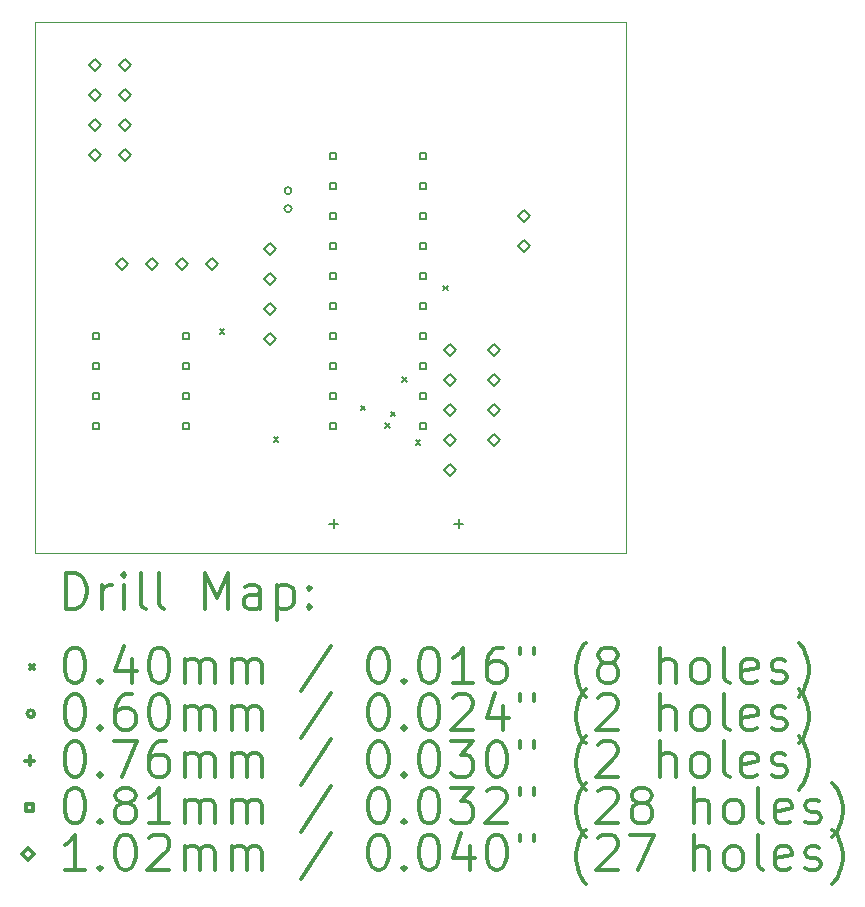
<source format=gbr>
%FSLAX45Y45*%
G04 Gerber Fmt 4.5, Leading zero omitted, Abs format (unit mm)*
G04 Created by KiCad (PCBNEW (after 2015-mar-04 BZR unknown)-product) date 22/04/2015 13:56:16*
%MOMM*%
G01*
G04 APERTURE LIST*
%ADD10C,0.127000*%
%ADD11C,0.100000*%
%ADD12C,0.200000*%
%ADD13C,0.300000*%
G04 APERTURE END LIST*
D10*
D11*
X9998750Y-9500380D02*
X9998750Y-5000380D01*
X14998750Y-9500380D02*
X9998750Y-9500380D01*
X14998750Y-5000380D02*
X14998750Y-9500380D01*
X9998750Y-5000380D02*
X14998750Y-5000380D01*
D12*
X11562400Y-7605080D02*
X11602400Y-7645080D01*
X11602400Y-7605080D02*
X11562400Y-7645080D01*
X12019600Y-8519480D02*
X12059600Y-8559480D01*
X12059600Y-8519480D02*
X12019600Y-8559480D01*
X12756200Y-8252780D02*
X12796200Y-8292780D01*
X12796200Y-8252780D02*
X12756200Y-8292780D01*
X12965770Y-8398840D02*
X13005770Y-8438840D01*
X13005770Y-8398840D02*
X12965770Y-8438840D01*
X13010200Y-8303580D02*
X13050200Y-8343580D01*
X13050200Y-8303580D02*
X13010200Y-8343580D01*
X13110550Y-8008950D02*
X13150550Y-8048950D01*
X13150550Y-8008950D02*
X13110550Y-8048950D01*
X13221040Y-8544890D02*
X13261040Y-8584890D01*
X13261040Y-8544890D02*
X13221040Y-8584890D01*
X13454700Y-7236780D02*
X13494700Y-7276780D01*
X13494700Y-7236780D02*
X13454700Y-7276780D01*
X12171172Y-6433820D02*
G75*
G03X12171172Y-6433820I-29972J0D01*
G01*
X12171172Y-6583680D02*
G75*
G03X12171172Y-6583680I-29972J0D01*
G01*
X12527460Y-9212580D02*
X12527460Y-9288780D01*
X12489360Y-9250680D02*
X12565560Y-9250680D01*
X13586460Y-9212580D02*
X13586460Y-9288780D01*
X13548360Y-9250680D02*
X13624560Y-9250680D01*
X10544337Y-7691917D02*
X10544337Y-7634443D01*
X10486863Y-7634443D01*
X10486863Y-7691917D01*
X10544337Y-7691917D01*
X10544337Y-7945917D02*
X10544337Y-7888443D01*
X10486863Y-7888443D01*
X10486863Y-7945917D01*
X10544337Y-7945917D01*
X10544337Y-8199917D02*
X10544337Y-8142443D01*
X10486863Y-8142443D01*
X10486863Y-8199917D01*
X10544337Y-8199917D01*
X10544337Y-8453917D02*
X10544337Y-8396443D01*
X10486863Y-8396443D01*
X10486863Y-8453917D01*
X10544337Y-8453917D01*
X11306337Y-7691917D02*
X11306337Y-7634443D01*
X11248863Y-7634443D01*
X11248863Y-7691917D01*
X11306337Y-7691917D01*
X11306337Y-7945917D02*
X11306337Y-7888443D01*
X11248863Y-7888443D01*
X11248863Y-7945917D01*
X11306337Y-7945917D01*
X11306337Y-8199917D02*
X11306337Y-8142443D01*
X11248863Y-8142443D01*
X11248863Y-8199917D01*
X11306337Y-8199917D01*
X11306337Y-8453917D02*
X11306337Y-8396443D01*
X11248863Y-8396443D01*
X11248863Y-8453917D01*
X11306337Y-8453917D01*
X12550937Y-6167917D02*
X12550937Y-6110443D01*
X12493463Y-6110443D01*
X12493463Y-6167917D01*
X12550937Y-6167917D01*
X12550937Y-6421917D02*
X12550937Y-6364443D01*
X12493463Y-6364443D01*
X12493463Y-6421917D01*
X12550937Y-6421917D01*
X12550937Y-6675917D02*
X12550937Y-6618443D01*
X12493463Y-6618443D01*
X12493463Y-6675917D01*
X12550937Y-6675917D01*
X12550937Y-6929917D02*
X12550937Y-6872443D01*
X12493463Y-6872443D01*
X12493463Y-6929917D01*
X12550937Y-6929917D01*
X12550937Y-7183917D02*
X12550937Y-7126443D01*
X12493463Y-7126443D01*
X12493463Y-7183917D01*
X12550937Y-7183917D01*
X12550937Y-7437917D02*
X12550937Y-7380443D01*
X12493463Y-7380443D01*
X12493463Y-7437917D01*
X12550937Y-7437917D01*
X12550937Y-7691917D02*
X12550937Y-7634443D01*
X12493463Y-7634443D01*
X12493463Y-7691917D01*
X12550937Y-7691917D01*
X12550937Y-7945917D02*
X12550937Y-7888443D01*
X12493463Y-7888443D01*
X12493463Y-7945917D01*
X12550937Y-7945917D01*
X12550937Y-8199917D02*
X12550937Y-8142443D01*
X12493463Y-8142443D01*
X12493463Y-8199917D01*
X12550937Y-8199917D01*
X12550937Y-8453917D02*
X12550937Y-8396443D01*
X12493463Y-8396443D01*
X12493463Y-8453917D01*
X12550937Y-8453917D01*
X13312937Y-6167917D02*
X13312937Y-6110443D01*
X13255463Y-6110443D01*
X13255463Y-6167917D01*
X13312937Y-6167917D01*
X13312937Y-6421917D02*
X13312937Y-6364443D01*
X13255463Y-6364443D01*
X13255463Y-6421917D01*
X13312937Y-6421917D01*
X13312937Y-6675917D02*
X13312937Y-6618443D01*
X13255463Y-6618443D01*
X13255463Y-6675917D01*
X13312937Y-6675917D01*
X13312937Y-6929917D02*
X13312937Y-6872443D01*
X13255463Y-6872443D01*
X13255463Y-6929917D01*
X13312937Y-6929917D01*
X13312937Y-7183917D02*
X13312937Y-7126443D01*
X13255463Y-7126443D01*
X13255463Y-7183917D01*
X13312937Y-7183917D01*
X13312937Y-7437917D02*
X13312937Y-7380443D01*
X13255463Y-7380443D01*
X13255463Y-7437917D01*
X13312937Y-7437917D01*
X13312937Y-7691917D02*
X13312937Y-7634443D01*
X13255463Y-7634443D01*
X13255463Y-7691917D01*
X13312937Y-7691917D01*
X13312937Y-7945917D02*
X13312937Y-7888443D01*
X13255463Y-7888443D01*
X13255463Y-7945917D01*
X13312937Y-7945917D01*
X13312937Y-8199917D02*
X13312937Y-8142443D01*
X13255463Y-8142443D01*
X13255463Y-8199917D01*
X13312937Y-8199917D01*
X13312937Y-8453917D02*
X13312937Y-8396443D01*
X13255463Y-8396443D01*
X13255463Y-8453917D01*
X13312937Y-8453917D01*
X10502900Y-5415280D02*
X10553700Y-5364480D01*
X10502900Y-5313680D01*
X10452100Y-5364480D01*
X10502900Y-5415280D01*
X10502900Y-5669280D02*
X10553700Y-5618480D01*
X10502900Y-5567680D01*
X10452100Y-5618480D01*
X10502900Y-5669280D01*
X10502900Y-5923280D02*
X10553700Y-5872480D01*
X10502900Y-5821680D01*
X10452100Y-5872480D01*
X10502900Y-5923280D01*
X10502900Y-6177280D02*
X10553700Y-6126480D01*
X10502900Y-6075680D01*
X10452100Y-6126480D01*
X10502900Y-6177280D01*
X10731500Y-7104380D02*
X10782300Y-7053580D01*
X10731500Y-7002780D01*
X10680700Y-7053580D01*
X10731500Y-7104380D01*
X10756900Y-5415280D02*
X10807700Y-5364480D01*
X10756900Y-5313680D01*
X10706100Y-5364480D01*
X10756900Y-5415280D01*
X10756900Y-5669280D02*
X10807700Y-5618480D01*
X10756900Y-5567680D01*
X10706100Y-5618480D01*
X10756900Y-5669280D01*
X10756900Y-5923280D02*
X10807700Y-5872480D01*
X10756900Y-5821680D01*
X10706100Y-5872480D01*
X10756900Y-5923280D01*
X10756900Y-6177280D02*
X10807700Y-6126480D01*
X10756900Y-6075680D01*
X10706100Y-6126480D01*
X10756900Y-6177280D01*
X10985500Y-7104380D02*
X11036300Y-7053580D01*
X10985500Y-7002780D01*
X10934700Y-7053580D01*
X10985500Y-7104380D01*
X11239500Y-7104380D02*
X11290300Y-7053580D01*
X11239500Y-7002780D01*
X11188700Y-7053580D01*
X11239500Y-7104380D01*
X11493500Y-7104380D02*
X11544300Y-7053580D01*
X11493500Y-7002780D01*
X11442700Y-7053580D01*
X11493500Y-7104380D01*
X11988800Y-6977380D02*
X12039600Y-6926580D01*
X11988800Y-6875780D01*
X11938000Y-6926580D01*
X11988800Y-6977380D01*
X11988800Y-7231380D02*
X12039600Y-7180580D01*
X11988800Y-7129780D01*
X11938000Y-7180580D01*
X11988800Y-7231380D01*
X11988800Y-7485380D02*
X12039600Y-7434580D01*
X11988800Y-7383780D01*
X11938000Y-7434580D01*
X11988800Y-7485380D01*
X11988800Y-7739380D02*
X12039600Y-7688580D01*
X11988800Y-7637780D01*
X11938000Y-7688580D01*
X11988800Y-7739380D01*
X13508990Y-7829550D02*
X13559790Y-7778750D01*
X13508990Y-7727950D01*
X13458190Y-7778750D01*
X13508990Y-7829550D01*
X13508990Y-8083550D02*
X13559790Y-8032750D01*
X13508990Y-7981950D01*
X13458190Y-8032750D01*
X13508990Y-8083550D01*
X13508990Y-8337550D02*
X13559790Y-8286750D01*
X13508990Y-8235950D01*
X13458190Y-8286750D01*
X13508990Y-8337550D01*
X13508990Y-8591550D02*
X13559790Y-8540750D01*
X13508990Y-8489950D01*
X13458190Y-8540750D01*
X13508990Y-8591550D01*
X13508990Y-8845550D02*
X13559790Y-8794750D01*
X13508990Y-8743950D01*
X13458190Y-8794750D01*
X13508990Y-8845550D01*
X13886180Y-7829550D02*
X13936980Y-7778750D01*
X13886180Y-7727950D01*
X13835380Y-7778750D01*
X13886180Y-7829550D01*
X13886180Y-8083550D02*
X13936980Y-8032750D01*
X13886180Y-7981950D01*
X13835380Y-8032750D01*
X13886180Y-8083550D01*
X13886180Y-8337550D02*
X13936980Y-8286750D01*
X13886180Y-8235950D01*
X13835380Y-8286750D01*
X13886180Y-8337550D01*
X13886180Y-8591550D02*
X13936980Y-8540750D01*
X13886180Y-8489950D01*
X13835380Y-8540750D01*
X13886180Y-8591550D01*
X14141450Y-6697980D02*
X14192250Y-6647180D01*
X14141450Y-6596380D01*
X14090650Y-6647180D01*
X14141450Y-6697980D01*
X14141450Y-6951980D02*
X14192250Y-6901180D01*
X14141450Y-6850380D01*
X14090650Y-6901180D01*
X14141450Y-6951980D01*
D13*
X10265179Y-9971094D02*
X10265179Y-9671094D01*
X10336607Y-9671094D01*
X10379464Y-9685380D01*
X10408036Y-9713952D01*
X10422321Y-9742523D01*
X10436607Y-9799666D01*
X10436607Y-9842523D01*
X10422321Y-9899666D01*
X10408036Y-9928237D01*
X10379464Y-9956809D01*
X10336607Y-9971094D01*
X10265179Y-9971094D01*
X10565179Y-9971094D02*
X10565179Y-9771094D01*
X10565179Y-9828237D02*
X10579464Y-9799666D01*
X10593750Y-9785380D01*
X10622321Y-9771094D01*
X10650893Y-9771094D01*
X10750893Y-9971094D02*
X10750893Y-9771094D01*
X10750893Y-9671094D02*
X10736607Y-9685380D01*
X10750893Y-9699666D01*
X10765179Y-9685380D01*
X10750893Y-9671094D01*
X10750893Y-9699666D01*
X10936607Y-9971094D02*
X10908036Y-9956809D01*
X10893750Y-9928237D01*
X10893750Y-9671094D01*
X11093750Y-9971094D02*
X11065179Y-9956809D01*
X11050893Y-9928237D01*
X11050893Y-9671094D01*
X11436607Y-9971094D02*
X11436607Y-9671094D01*
X11536607Y-9885380D01*
X11636607Y-9671094D01*
X11636607Y-9971094D01*
X11908036Y-9971094D02*
X11908036Y-9813952D01*
X11893750Y-9785380D01*
X11865178Y-9771094D01*
X11808036Y-9771094D01*
X11779464Y-9785380D01*
X11908036Y-9956809D02*
X11879464Y-9971094D01*
X11808036Y-9971094D01*
X11779464Y-9956809D01*
X11765178Y-9928237D01*
X11765178Y-9899666D01*
X11779464Y-9871094D01*
X11808036Y-9856809D01*
X11879464Y-9856809D01*
X11908036Y-9842523D01*
X12050893Y-9771094D02*
X12050893Y-10071094D01*
X12050893Y-9785380D02*
X12079464Y-9771094D01*
X12136607Y-9771094D01*
X12165178Y-9785380D01*
X12179464Y-9799666D01*
X12193750Y-9828237D01*
X12193750Y-9913952D01*
X12179464Y-9942523D01*
X12165178Y-9956809D01*
X12136607Y-9971094D01*
X12079464Y-9971094D01*
X12050893Y-9956809D01*
X12322321Y-9942523D02*
X12336607Y-9956809D01*
X12322321Y-9971094D01*
X12308036Y-9956809D01*
X12322321Y-9942523D01*
X12322321Y-9971094D01*
X12322321Y-9785380D02*
X12336607Y-9799666D01*
X12322321Y-9813952D01*
X12308036Y-9799666D01*
X12322321Y-9785380D01*
X12322321Y-9813952D01*
X9953750Y-10445380D02*
X9993750Y-10485380D01*
X9993750Y-10445380D02*
X9953750Y-10485380D01*
X10322321Y-10301094D02*
X10350893Y-10301094D01*
X10379464Y-10315380D01*
X10393750Y-10329666D01*
X10408036Y-10358237D01*
X10422321Y-10415380D01*
X10422321Y-10486809D01*
X10408036Y-10543952D01*
X10393750Y-10572523D01*
X10379464Y-10586809D01*
X10350893Y-10601094D01*
X10322321Y-10601094D01*
X10293750Y-10586809D01*
X10279464Y-10572523D01*
X10265179Y-10543952D01*
X10250893Y-10486809D01*
X10250893Y-10415380D01*
X10265179Y-10358237D01*
X10279464Y-10329666D01*
X10293750Y-10315380D01*
X10322321Y-10301094D01*
X10550893Y-10572523D02*
X10565179Y-10586809D01*
X10550893Y-10601094D01*
X10536607Y-10586809D01*
X10550893Y-10572523D01*
X10550893Y-10601094D01*
X10822321Y-10401094D02*
X10822321Y-10601094D01*
X10750893Y-10286809D02*
X10679464Y-10501094D01*
X10865178Y-10501094D01*
X11036607Y-10301094D02*
X11065179Y-10301094D01*
X11093750Y-10315380D01*
X11108036Y-10329666D01*
X11122321Y-10358237D01*
X11136607Y-10415380D01*
X11136607Y-10486809D01*
X11122321Y-10543952D01*
X11108036Y-10572523D01*
X11093750Y-10586809D01*
X11065179Y-10601094D01*
X11036607Y-10601094D01*
X11008036Y-10586809D01*
X10993750Y-10572523D01*
X10979464Y-10543952D01*
X10965179Y-10486809D01*
X10965179Y-10415380D01*
X10979464Y-10358237D01*
X10993750Y-10329666D01*
X11008036Y-10315380D01*
X11036607Y-10301094D01*
X11265178Y-10601094D02*
X11265178Y-10401094D01*
X11265178Y-10429666D02*
X11279464Y-10415380D01*
X11308036Y-10401094D01*
X11350893Y-10401094D01*
X11379464Y-10415380D01*
X11393750Y-10443952D01*
X11393750Y-10601094D01*
X11393750Y-10443952D02*
X11408036Y-10415380D01*
X11436607Y-10401094D01*
X11479464Y-10401094D01*
X11508036Y-10415380D01*
X11522321Y-10443952D01*
X11522321Y-10601094D01*
X11665178Y-10601094D02*
X11665178Y-10401094D01*
X11665178Y-10429666D02*
X11679464Y-10415380D01*
X11708036Y-10401094D01*
X11750893Y-10401094D01*
X11779464Y-10415380D01*
X11793750Y-10443952D01*
X11793750Y-10601094D01*
X11793750Y-10443952D02*
X11808036Y-10415380D01*
X11836607Y-10401094D01*
X11879464Y-10401094D01*
X11908036Y-10415380D01*
X11922321Y-10443952D01*
X11922321Y-10601094D01*
X12508036Y-10286809D02*
X12250893Y-10672523D01*
X12893750Y-10301094D02*
X12922321Y-10301094D01*
X12950893Y-10315380D01*
X12965178Y-10329666D01*
X12979464Y-10358237D01*
X12993750Y-10415380D01*
X12993750Y-10486809D01*
X12979464Y-10543952D01*
X12965178Y-10572523D01*
X12950893Y-10586809D01*
X12922321Y-10601094D01*
X12893750Y-10601094D01*
X12865178Y-10586809D01*
X12850893Y-10572523D01*
X12836607Y-10543952D01*
X12822321Y-10486809D01*
X12822321Y-10415380D01*
X12836607Y-10358237D01*
X12850893Y-10329666D01*
X12865178Y-10315380D01*
X12893750Y-10301094D01*
X13122321Y-10572523D02*
X13136607Y-10586809D01*
X13122321Y-10601094D01*
X13108036Y-10586809D01*
X13122321Y-10572523D01*
X13122321Y-10601094D01*
X13322321Y-10301094D02*
X13350893Y-10301094D01*
X13379464Y-10315380D01*
X13393750Y-10329666D01*
X13408035Y-10358237D01*
X13422321Y-10415380D01*
X13422321Y-10486809D01*
X13408035Y-10543952D01*
X13393750Y-10572523D01*
X13379464Y-10586809D01*
X13350893Y-10601094D01*
X13322321Y-10601094D01*
X13293750Y-10586809D01*
X13279464Y-10572523D01*
X13265178Y-10543952D01*
X13250893Y-10486809D01*
X13250893Y-10415380D01*
X13265178Y-10358237D01*
X13279464Y-10329666D01*
X13293750Y-10315380D01*
X13322321Y-10301094D01*
X13708035Y-10601094D02*
X13536607Y-10601094D01*
X13622321Y-10601094D02*
X13622321Y-10301094D01*
X13593750Y-10343952D01*
X13565178Y-10372523D01*
X13536607Y-10386809D01*
X13965178Y-10301094D02*
X13908035Y-10301094D01*
X13879464Y-10315380D01*
X13865178Y-10329666D01*
X13836607Y-10372523D01*
X13822321Y-10429666D01*
X13822321Y-10543952D01*
X13836607Y-10572523D01*
X13850893Y-10586809D01*
X13879464Y-10601094D01*
X13936607Y-10601094D01*
X13965178Y-10586809D01*
X13979464Y-10572523D01*
X13993750Y-10543952D01*
X13993750Y-10472523D01*
X13979464Y-10443952D01*
X13965178Y-10429666D01*
X13936607Y-10415380D01*
X13879464Y-10415380D01*
X13850893Y-10429666D01*
X13836607Y-10443952D01*
X13822321Y-10472523D01*
X14108036Y-10301094D02*
X14108036Y-10358237D01*
X14222321Y-10301094D02*
X14222321Y-10358237D01*
X14665178Y-10715380D02*
X14650893Y-10701094D01*
X14622321Y-10658237D01*
X14608035Y-10629666D01*
X14593750Y-10586809D01*
X14579464Y-10515380D01*
X14579464Y-10458237D01*
X14593750Y-10386809D01*
X14608035Y-10343952D01*
X14622321Y-10315380D01*
X14650893Y-10272523D01*
X14665178Y-10258237D01*
X14822321Y-10429666D02*
X14793750Y-10415380D01*
X14779464Y-10401094D01*
X14765178Y-10372523D01*
X14765178Y-10358237D01*
X14779464Y-10329666D01*
X14793750Y-10315380D01*
X14822321Y-10301094D01*
X14879464Y-10301094D01*
X14908035Y-10315380D01*
X14922321Y-10329666D01*
X14936607Y-10358237D01*
X14936607Y-10372523D01*
X14922321Y-10401094D01*
X14908035Y-10415380D01*
X14879464Y-10429666D01*
X14822321Y-10429666D01*
X14793750Y-10443952D01*
X14779464Y-10458237D01*
X14765178Y-10486809D01*
X14765178Y-10543952D01*
X14779464Y-10572523D01*
X14793750Y-10586809D01*
X14822321Y-10601094D01*
X14879464Y-10601094D01*
X14908035Y-10586809D01*
X14922321Y-10572523D01*
X14936607Y-10543952D01*
X14936607Y-10486809D01*
X14922321Y-10458237D01*
X14908035Y-10443952D01*
X14879464Y-10429666D01*
X15293750Y-10601094D02*
X15293750Y-10301094D01*
X15422321Y-10601094D02*
X15422321Y-10443952D01*
X15408035Y-10415380D01*
X15379464Y-10401094D01*
X15336607Y-10401094D01*
X15308035Y-10415380D01*
X15293750Y-10429666D01*
X15608035Y-10601094D02*
X15579464Y-10586809D01*
X15565178Y-10572523D01*
X15550893Y-10543952D01*
X15550893Y-10458237D01*
X15565178Y-10429666D01*
X15579464Y-10415380D01*
X15608035Y-10401094D01*
X15650893Y-10401094D01*
X15679464Y-10415380D01*
X15693750Y-10429666D01*
X15708035Y-10458237D01*
X15708035Y-10543952D01*
X15693750Y-10572523D01*
X15679464Y-10586809D01*
X15650893Y-10601094D01*
X15608035Y-10601094D01*
X15879464Y-10601094D02*
X15850893Y-10586809D01*
X15836607Y-10558237D01*
X15836607Y-10301094D01*
X16108036Y-10586809D02*
X16079464Y-10601094D01*
X16022321Y-10601094D01*
X15993750Y-10586809D01*
X15979464Y-10558237D01*
X15979464Y-10443952D01*
X15993750Y-10415380D01*
X16022321Y-10401094D01*
X16079464Y-10401094D01*
X16108036Y-10415380D01*
X16122321Y-10443952D01*
X16122321Y-10472523D01*
X15979464Y-10501094D01*
X16236607Y-10586809D02*
X16265178Y-10601094D01*
X16322321Y-10601094D01*
X16350893Y-10586809D01*
X16365178Y-10558237D01*
X16365178Y-10543952D01*
X16350893Y-10515380D01*
X16322321Y-10501094D01*
X16279464Y-10501094D01*
X16250893Y-10486809D01*
X16236607Y-10458237D01*
X16236607Y-10443952D01*
X16250893Y-10415380D01*
X16279464Y-10401094D01*
X16322321Y-10401094D01*
X16350893Y-10415380D01*
X16465178Y-10715380D02*
X16479464Y-10701094D01*
X16508036Y-10658237D01*
X16522321Y-10629666D01*
X16536607Y-10586809D01*
X16550893Y-10515380D01*
X16550893Y-10458237D01*
X16536607Y-10386809D01*
X16522321Y-10343952D01*
X16508036Y-10315380D01*
X16479464Y-10272523D01*
X16465178Y-10258237D01*
X9993750Y-10861380D02*
G75*
G03X9993750Y-10861380I-29972J0D01*
G01*
X10322321Y-10697094D02*
X10350893Y-10697094D01*
X10379464Y-10711380D01*
X10393750Y-10725666D01*
X10408036Y-10754237D01*
X10422321Y-10811380D01*
X10422321Y-10882809D01*
X10408036Y-10939952D01*
X10393750Y-10968523D01*
X10379464Y-10982809D01*
X10350893Y-10997094D01*
X10322321Y-10997094D01*
X10293750Y-10982809D01*
X10279464Y-10968523D01*
X10265179Y-10939952D01*
X10250893Y-10882809D01*
X10250893Y-10811380D01*
X10265179Y-10754237D01*
X10279464Y-10725666D01*
X10293750Y-10711380D01*
X10322321Y-10697094D01*
X10550893Y-10968523D02*
X10565179Y-10982809D01*
X10550893Y-10997094D01*
X10536607Y-10982809D01*
X10550893Y-10968523D01*
X10550893Y-10997094D01*
X10822321Y-10697094D02*
X10765178Y-10697094D01*
X10736607Y-10711380D01*
X10722321Y-10725666D01*
X10693750Y-10768523D01*
X10679464Y-10825666D01*
X10679464Y-10939952D01*
X10693750Y-10968523D01*
X10708036Y-10982809D01*
X10736607Y-10997094D01*
X10793750Y-10997094D01*
X10822321Y-10982809D01*
X10836607Y-10968523D01*
X10850893Y-10939952D01*
X10850893Y-10868523D01*
X10836607Y-10839952D01*
X10822321Y-10825666D01*
X10793750Y-10811380D01*
X10736607Y-10811380D01*
X10708036Y-10825666D01*
X10693750Y-10839952D01*
X10679464Y-10868523D01*
X11036607Y-10697094D02*
X11065179Y-10697094D01*
X11093750Y-10711380D01*
X11108036Y-10725666D01*
X11122321Y-10754237D01*
X11136607Y-10811380D01*
X11136607Y-10882809D01*
X11122321Y-10939952D01*
X11108036Y-10968523D01*
X11093750Y-10982809D01*
X11065179Y-10997094D01*
X11036607Y-10997094D01*
X11008036Y-10982809D01*
X10993750Y-10968523D01*
X10979464Y-10939952D01*
X10965179Y-10882809D01*
X10965179Y-10811380D01*
X10979464Y-10754237D01*
X10993750Y-10725666D01*
X11008036Y-10711380D01*
X11036607Y-10697094D01*
X11265178Y-10997094D02*
X11265178Y-10797094D01*
X11265178Y-10825666D02*
X11279464Y-10811380D01*
X11308036Y-10797094D01*
X11350893Y-10797094D01*
X11379464Y-10811380D01*
X11393750Y-10839952D01*
X11393750Y-10997094D01*
X11393750Y-10839952D02*
X11408036Y-10811380D01*
X11436607Y-10797094D01*
X11479464Y-10797094D01*
X11508036Y-10811380D01*
X11522321Y-10839952D01*
X11522321Y-10997094D01*
X11665178Y-10997094D02*
X11665178Y-10797094D01*
X11665178Y-10825666D02*
X11679464Y-10811380D01*
X11708036Y-10797094D01*
X11750893Y-10797094D01*
X11779464Y-10811380D01*
X11793750Y-10839952D01*
X11793750Y-10997094D01*
X11793750Y-10839952D02*
X11808036Y-10811380D01*
X11836607Y-10797094D01*
X11879464Y-10797094D01*
X11908036Y-10811380D01*
X11922321Y-10839952D01*
X11922321Y-10997094D01*
X12508036Y-10682809D02*
X12250893Y-11068523D01*
X12893750Y-10697094D02*
X12922321Y-10697094D01*
X12950893Y-10711380D01*
X12965178Y-10725666D01*
X12979464Y-10754237D01*
X12993750Y-10811380D01*
X12993750Y-10882809D01*
X12979464Y-10939952D01*
X12965178Y-10968523D01*
X12950893Y-10982809D01*
X12922321Y-10997094D01*
X12893750Y-10997094D01*
X12865178Y-10982809D01*
X12850893Y-10968523D01*
X12836607Y-10939952D01*
X12822321Y-10882809D01*
X12822321Y-10811380D01*
X12836607Y-10754237D01*
X12850893Y-10725666D01*
X12865178Y-10711380D01*
X12893750Y-10697094D01*
X13122321Y-10968523D02*
X13136607Y-10982809D01*
X13122321Y-10997094D01*
X13108036Y-10982809D01*
X13122321Y-10968523D01*
X13122321Y-10997094D01*
X13322321Y-10697094D02*
X13350893Y-10697094D01*
X13379464Y-10711380D01*
X13393750Y-10725666D01*
X13408035Y-10754237D01*
X13422321Y-10811380D01*
X13422321Y-10882809D01*
X13408035Y-10939952D01*
X13393750Y-10968523D01*
X13379464Y-10982809D01*
X13350893Y-10997094D01*
X13322321Y-10997094D01*
X13293750Y-10982809D01*
X13279464Y-10968523D01*
X13265178Y-10939952D01*
X13250893Y-10882809D01*
X13250893Y-10811380D01*
X13265178Y-10754237D01*
X13279464Y-10725666D01*
X13293750Y-10711380D01*
X13322321Y-10697094D01*
X13536607Y-10725666D02*
X13550893Y-10711380D01*
X13579464Y-10697094D01*
X13650893Y-10697094D01*
X13679464Y-10711380D01*
X13693750Y-10725666D01*
X13708035Y-10754237D01*
X13708035Y-10782809D01*
X13693750Y-10825666D01*
X13522321Y-10997094D01*
X13708035Y-10997094D01*
X13965178Y-10797094D02*
X13965178Y-10997094D01*
X13893750Y-10682809D02*
X13822321Y-10897094D01*
X14008035Y-10897094D01*
X14108036Y-10697094D02*
X14108036Y-10754237D01*
X14222321Y-10697094D02*
X14222321Y-10754237D01*
X14665178Y-11111380D02*
X14650893Y-11097094D01*
X14622321Y-11054237D01*
X14608035Y-11025666D01*
X14593750Y-10982809D01*
X14579464Y-10911380D01*
X14579464Y-10854237D01*
X14593750Y-10782809D01*
X14608035Y-10739952D01*
X14622321Y-10711380D01*
X14650893Y-10668523D01*
X14665178Y-10654237D01*
X14765178Y-10725666D02*
X14779464Y-10711380D01*
X14808035Y-10697094D01*
X14879464Y-10697094D01*
X14908035Y-10711380D01*
X14922321Y-10725666D01*
X14936607Y-10754237D01*
X14936607Y-10782809D01*
X14922321Y-10825666D01*
X14750893Y-10997094D01*
X14936607Y-10997094D01*
X15293750Y-10997094D02*
X15293750Y-10697094D01*
X15422321Y-10997094D02*
X15422321Y-10839952D01*
X15408035Y-10811380D01*
X15379464Y-10797094D01*
X15336607Y-10797094D01*
X15308035Y-10811380D01*
X15293750Y-10825666D01*
X15608035Y-10997094D02*
X15579464Y-10982809D01*
X15565178Y-10968523D01*
X15550893Y-10939952D01*
X15550893Y-10854237D01*
X15565178Y-10825666D01*
X15579464Y-10811380D01*
X15608035Y-10797094D01*
X15650893Y-10797094D01*
X15679464Y-10811380D01*
X15693750Y-10825666D01*
X15708035Y-10854237D01*
X15708035Y-10939952D01*
X15693750Y-10968523D01*
X15679464Y-10982809D01*
X15650893Y-10997094D01*
X15608035Y-10997094D01*
X15879464Y-10997094D02*
X15850893Y-10982809D01*
X15836607Y-10954237D01*
X15836607Y-10697094D01*
X16108036Y-10982809D02*
X16079464Y-10997094D01*
X16022321Y-10997094D01*
X15993750Y-10982809D01*
X15979464Y-10954237D01*
X15979464Y-10839952D01*
X15993750Y-10811380D01*
X16022321Y-10797094D01*
X16079464Y-10797094D01*
X16108036Y-10811380D01*
X16122321Y-10839952D01*
X16122321Y-10868523D01*
X15979464Y-10897094D01*
X16236607Y-10982809D02*
X16265178Y-10997094D01*
X16322321Y-10997094D01*
X16350893Y-10982809D01*
X16365178Y-10954237D01*
X16365178Y-10939952D01*
X16350893Y-10911380D01*
X16322321Y-10897094D01*
X16279464Y-10897094D01*
X16250893Y-10882809D01*
X16236607Y-10854237D01*
X16236607Y-10839952D01*
X16250893Y-10811380D01*
X16279464Y-10797094D01*
X16322321Y-10797094D01*
X16350893Y-10811380D01*
X16465178Y-11111380D02*
X16479464Y-11097094D01*
X16508036Y-11054237D01*
X16522321Y-11025666D01*
X16536607Y-10982809D01*
X16550893Y-10911380D01*
X16550893Y-10854237D01*
X16536607Y-10782809D01*
X16522321Y-10739952D01*
X16508036Y-10711380D01*
X16479464Y-10668523D01*
X16465178Y-10654237D01*
X9955650Y-11219280D02*
X9955650Y-11295480D01*
X9917550Y-11257380D02*
X9993750Y-11257380D01*
X10322321Y-11093094D02*
X10350893Y-11093094D01*
X10379464Y-11107380D01*
X10393750Y-11121666D01*
X10408036Y-11150237D01*
X10422321Y-11207380D01*
X10422321Y-11278809D01*
X10408036Y-11335951D01*
X10393750Y-11364523D01*
X10379464Y-11378809D01*
X10350893Y-11393094D01*
X10322321Y-11393094D01*
X10293750Y-11378809D01*
X10279464Y-11364523D01*
X10265179Y-11335951D01*
X10250893Y-11278809D01*
X10250893Y-11207380D01*
X10265179Y-11150237D01*
X10279464Y-11121666D01*
X10293750Y-11107380D01*
X10322321Y-11093094D01*
X10550893Y-11364523D02*
X10565179Y-11378809D01*
X10550893Y-11393094D01*
X10536607Y-11378809D01*
X10550893Y-11364523D01*
X10550893Y-11393094D01*
X10665178Y-11093094D02*
X10865178Y-11093094D01*
X10736607Y-11393094D01*
X11108036Y-11093094D02*
X11050893Y-11093094D01*
X11022321Y-11107380D01*
X11008036Y-11121666D01*
X10979464Y-11164523D01*
X10965179Y-11221666D01*
X10965179Y-11335951D01*
X10979464Y-11364523D01*
X10993750Y-11378809D01*
X11022321Y-11393094D01*
X11079464Y-11393094D01*
X11108036Y-11378809D01*
X11122321Y-11364523D01*
X11136607Y-11335951D01*
X11136607Y-11264523D01*
X11122321Y-11235951D01*
X11108036Y-11221666D01*
X11079464Y-11207380D01*
X11022321Y-11207380D01*
X10993750Y-11221666D01*
X10979464Y-11235951D01*
X10965179Y-11264523D01*
X11265178Y-11393094D02*
X11265178Y-11193094D01*
X11265178Y-11221666D02*
X11279464Y-11207380D01*
X11308036Y-11193094D01*
X11350893Y-11193094D01*
X11379464Y-11207380D01*
X11393750Y-11235951D01*
X11393750Y-11393094D01*
X11393750Y-11235951D02*
X11408036Y-11207380D01*
X11436607Y-11193094D01*
X11479464Y-11193094D01*
X11508036Y-11207380D01*
X11522321Y-11235951D01*
X11522321Y-11393094D01*
X11665178Y-11393094D02*
X11665178Y-11193094D01*
X11665178Y-11221666D02*
X11679464Y-11207380D01*
X11708036Y-11193094D01*
X11750893Y-11193094D01*
X11779464Y-11207380D01*
X11793750Y-11235951D01*
X11793750Y-11393094D01*
X11793750Y-11235951D02*
X11808036Y-11207380D01*
X11836607Y-11193094D01*
X11879464Y-11193094D01*
X11908036Y-11207380D01*
X11922321Y-11235951D01*
X11922321Y-11393094D01*
X12508036Y-11078809D02*
X12250893Y-11464523D01*
X12893750Y-11093094D02*
X12922321Y-11093094D01*
X12950893Y-11107380D01*
X12965178Y-11121666D01*
X12979464Y-11150237D01*
X12993750Y-11207380D01*
X12993750Y-11278809D01*
X12979464Y-11335951D01*
X12965178Y-11364523D01*
X12950893Y-11378809D01*
X12922321Y-11393094D01*
X12893750Y-11393094D01*
X12865178Y-11378809D01*
X12850893Y-11364523D01*
X12836607Y-11335951D01*
X12822321Y-11278809D01*
X12822321Y-11207380D01*
X12836607Y-11150237D01*
X12850893Y-11121666D01*
X12865178Y-11107380D01*
X12893750Y-11093094D01*
X13122321Y-11364523D02*
X13136607Y-11378809D01*
X13122321Y-11393094D01*
X13108036Y-11378809D01*
X13122321Y-11364523D01*
X13122321Y-11393094D01*
X13322321Y-11093094D02*
X13350893Y-11093094D01*
X13379464Y-11107380D01*
X13393750Y-11121666D01*
X13408035Y-11150237D01*
X13422321Y-11207380D01*
X13422321Y-11278809D01*
X13408035Y-11335951D01*
X13393750Y-11364523D01*
X13379464Y-11378809D01*
X13350893Y-11393094D01*
X13322321Y-11393094D01*
X13293750Y-11378809D01*
X13279464Y-11364523D01*
X13265178Y-11335951D01*
X13250893Y-11278809D01*
X13250893Y-11207380D01*
X13265178Y-11150237D01*
X13279464Y-11121666D01*
X13293750Y-11107380D01*
X13322321Y-11093094D01*
X13522321Y-11093094D02*
X13708035Y-11093094D01*
X13608035Y-11207380D01*
X13650893Y-11207380D01*
X13679464Y-11221666D01*
X13693750Y-11235951D01*
X13708035Y-11264523D01*
X13708035Y-11335951D01*
X13693750Y-11364523D01*
X13679464Y-11378809D01*
X13650893Y-11393094D01*
X13565178Y-11393094D01*
X13536607Y-11378809D01*
X13522321Y-11364523D01*
X13893750Y-11093094D02*
X13922321Y-11093094D01*
X13950893Y-11107380D01*
X13965178Y-11121666D01*
X13979464Y-11150237D01*
X13993750Y-11207380D01*
X13993750Y-11278809D01*
X13979464Y-11335951D01*
X13965178Y-11364523D01*
X13950893Y-11378809D01*
X13922321Y-11393094D01*
X13893750Y-11393094D01*
X13865178Y-11378809D01*
X13850893Y-11364523D01*
X13836607Y-11335951D01*
X13822321Y-11278809D01*
X13822321Y-11207380D01*
X13836607Y-11150237D01*
X13850893Y-11121666D01*
X13865178Y-11107380D01*
X13893750Y-11093094D01*
X14108036Y-11093094D02*
X14108036Y-11150237D01*
X14222321Y-11093094D02*
X14222321Y-11150237D01*
X14665178Y-11507380D02*
X14650893Y-11493094D01*
X14622321Y-11450237D01*
X14608035Y-11421666D01*
X14593750Y-11378809D01*
X14579464Y-11307380D01*
X14579464Y-11250237D01*
X14593750Y-11178809D01*
X14608035Y-11135952D01*
X14622321Y-11107380D01*
X14650893Y-11064523D01*
X14665178Y-11050237D01*
X14765178Y-11121666D02*
X14779464Y-11107380D01*
X14808035Y-11093094D01*
X14879464Y-11093094D01*
X14908035Y-11107380D01*
X14922321Y-11121666D01*
X14936607Y-11150237D01*
X14936607Y-11178809D01*
X14922321Y-11221666D01*
X14750893Y-11393094D01*
X14936607Y-11393094D01*
X15293750Y-11393094D02*
X15293750Y-11093094D01*
X15422321Y-11393094D02*
X15422321Y-11235951D01*
X15408035Y-11207380D01*
X15379464Y-11193094D01*
X15336607Y-11193094D01*
X15308035Y-11207380D01*
X15293750Y-11221666D01*
X15608035Y-11393094D02*
X15579464Y-11378809D01*
X15565178Y-11364523D01*
X15550893Y-11335951D01*
X15550893Y-11250237D01*
X15565178Y-11221666D01*
X15579464Y-11207380D01*
X15608035Y-11193094D01*
X15650893Y-11193094D01*
X15679464Y-11207380D01*
X15693750Y-11221666D01*
X15708035Y-11250237D01*
X15708035Y-11335951D01*
X15693750Y-11364523D01*
X15679464Y-11378809D01*
X15650893Y-11393094D01*
X15608035Y-11393094D01*
X15879464Y-11393094D02*
X15850893Y-11378809D01*
X15836607Y-11350237D01*
X15836607Y-11093094D01*
X16108036Y-11378809D02*
X16079464Y-11393094D01*
X16022321Y-11393094D01*
X15993750Y-11378809D01*
X15979464Y-11350237D01*
X15979464Y-11235951D01*
X15993750Y-11207380D01*
X16022321Y-11193094D01*
X16079464Y-11193094D01*
X16108036Y-11207380D01*
X16122321Y-11235951D01*
X16122321Y-11264523D01*
X15979464Y-11293094D01*
X16236607Y-11378809D02*
X16265178Y-11393094D01*
X16322321Y-11393094D01*
X16350893Y-11378809D01*
X16365178Y-11350237D01*
X16365178Y-11335951D01*
X16350893Y-11307380D01*
X16322321Y-11293094D01*
X16279464Y-11293094D01*
X16250893Y-11278809D01*
X16236607Y-11250237D01*
X16236607Y-11235951D01*
X16250893Y-11207380D01*
X16279464Y-11193094D01*
X16322321Y-11193094D01*
X16350893Y-11207380D01*
X16465178Y-11507380D02*
X16479464Y-11493094D01*
X16508036Y-11450237D01*
X16522321Y-11421666D01*
X16536607Y-11378809D01*
X16550893Y-11307380D01*
X16550893Y-11250237D01*
X16536607Y-11178809D01*
X16522321Y-11135952D01*
X16508036Y-11107380D01*
X16479464Y-11064523D01*
X16465178Y-11050237D01*
X9981847Y-11682117D02*
X9981847Y-11624643D01*
X9924373Y-11624643D01*
X9924373Y-11682117D01*
X9981847Y-11682117D01*
X10322321Y-11489094D02*
X10350893Y-11489094D01*
X10379464Y-11503380D01*
X10393750Y-11517666D01*
X10408036Y-11546237D01*
X10422321Y-11603380D01*
X10422321Y-11674809D01*
X10408036Y-11731951D01*
X10393750Y-11760523D01*
X10379464Y-11774809D01*
X10350893Y-11789094D01*
X10322321Y-11789094D01*
X10293750Y-11774809D01*
X10279464Y-11760523D01*
X10265179Y-11731951D01*
X10250893Y-11674809D01*
X10250893Y-11603380D01*
X10265179Y-11546237D01*
X10279464Y-11517666D01*
X10293750Y-11503380D01*
X10322321Y-11489094D01*
X10550893Y-11760523D02*
X10565179Y-11774809D01*
X10550893Y-11789094D01*
X10536607Y-11774809D01*
X10550893Y-11760523D01*
X10550893Y-11789094D01*
X10736607Y-11617666D02*
X10708036Y-11603380D01*
X10693750Y-11589094D01*
X10679464Y-11560523D01*
X10679464Y-11546237D01*
X10693750Y-11517666D01*
X10708036Y-11503380D01*
X10736607Y-11489094D01*
X10793750Y-11489094D01*
X10822321Y-11503380D01*
X10836607Y-11517666D01*
X10850893Y-11546237D01*
X10850893Y-11560523D01*
X10836607Y-11589094D01*
X10822321Y-11603380D01*
X10793750Y-11617666D01*
X10736607Y-11617666D01*
X10708036Y-11631951D01*
X10693750Y-11646237D01*
X10679464Y-11674809D01*
X10679464Y-11731951D01*
X10693750Y-11760523D01*
X10708036Y-11774809D01*
X10736607Y-11789094D01*
X10793750Y-11789094D01*
X10822321Y-11774809D01*
X10836607Y-11760523D01*
X10850893Y-11731951D01*
X10850893Y-11674809D01*
X10836607Y-11646237D01*
X10822321Y-11631951D01*
X10793750Y-11617666D01*
X11136607Y-11789094D02*
X10965179Y-11789094D01*
X11050893Y-11789094D02*
X11050893Y-11489094D01*
X11022321Y-11531951D01*
X10993750Y-11560523D01*
X10965179Y-11574809D01*
X11265178Y-11789094D02*
X11265178Y-11589094D01*
X11265178Y-11617666D02*
X11279464Y-11603380D01*
X11308036Y-11589094D01*
X11350893Y-11589094D01*
X11379464Y-11603380D01*
X11393750Y-11631951D01*
X11393750Y-11789094D01*
X11393750Y-11631951D02*
X11408036Y-11603380D01*
X11436607Y-11589094D01*
X11479464Y-11589094D01*
X11508036Y-11603380D01*
X11522321Y-11631951D01*
X11522321Y-11789094D01*
X11665178Y-11789094D02*
X11665178Y-11589094D01*
X11665178Y-11617666D02*
X11679464Y-11603380D01*
X11708036Y-11589094D01*
X11750893Y-11589094D01*
X11779464Y-11603380D01*
X11793750Y-11631951D01*
X11793750Y-11789094D01*
X11793750Y-11631951D02*
X11808036Y-11603380D01*
X11836607Y-11589094D01*
X11879464Y-11589094D01*
X11908036Y-11603380D01*
X11922321Y-11631951D01*
X11922321Y-11789094D01*
X12508036Y-11474809D02*
X12250893Y-11860523D01*
X12893750Y-11489094D02*
X12922321Y-11489094D01*
X12950893Y-11503380D01*
X12965178Y-11517666D01*
X12979464Y-11546237D01*
X12993750Y-11603380D01*
X12993750Y-11674809D01*
X12979464Y-11731951D01*
X12965178Y-11760523D01*
X12950893Y-11774809D01*
X12922321Y-11789094D01*
X12893750Y-11789094D01*
X12865178Y-11774809D01*
X12850893Y-11760523D01*
X12836607Y-11731951D01*
X12822321Y-11674809D01*
X12822321Y-11603380D01*
X12836607Y-11546237D01*
X12850893Y-11517666D01*
X12865178Y-11503380D01*
X12893750Y-11489094D01*
X13122321Y-11760523D02*
X13136607Y-11774809D01*
X13122321Y-11789094D01*
X13108036Y-11774809D01*
X13122321Y-11760523D01*
X13122321Y-11789094D01*
X13322321Y-11489094D02*
X13350893Y-11489094D01*
X13379464Y-11503380D01*
X13393750Y-11517666D01*
X13408035Y-11546237D01*
X13422321Y-11603380D01*
X13422321Y-11674809D01*
X13408035Y-11731951D01*
X13393750Y-11760523D01*
X13379464Y-11774809D01*
X13350893Y-11789094D01*
X13322321Y-11789094D01*
X13293750Y-11774809D01*
X13279464Y-11760523D01*
X13265178Y-11731951D01*
X13250893Y-11674809D01*
X13250893Y-11603380D01*
X13265178Y-11546237D01*
X13279464Y-11517666D01*
X13293750Y-11503380D01*
X13322321Y-11489094D01*
X13522321Y-11489094D02*
X13708035Y-11489094D01*
X13608035Y-11603380D01*
X13650893Y-11603380D01*
X13679464Y-11617666D01*
X13693750Y-11631951D01*
X13708035Y-11660523D01*
X13708035Y-11731951D01*
X13693750Y-11760523D01*
X13679464Y-11774809D01*
X13650893Y-11789094D01*
X13565178Y-11789094D01*
X13536607Y-11774809D01*
X13522321Y-11760523D01*
X13822321Y-11517666D02*
X13836607Y-11503380D01*
X13865178Y-11489094D01*
X13936607Y-11489094D01*
X13965178Y-11503380D01*
X13979464Y-11517666D01*
X13993750Y-11546237D01*
X13993750Y-11574809D01*
X13979464Y-11617666D01*
X13808035Y-11789094D01*
X13993750Y-11789094D01*
X14108036Y-11489094D02*
X14108036Y-11546237D01*
X14222321Y-11489094D02*
X14222321Y-11546237D01*
X14665178Y-11903380D02*
X14650893Y-11889094D01*
X14622321Y-11846237D01*
X14608035Y-11817666D01*
X14593750Y-11774809D01*
X14579464Y-11703380D01*
X14579464Y-11646237D01*
X14593750Y-11574809D01*
X14608035Y-11531951D01*
X14622321Y-11503380D01*
X14650893Y-11460523D01*
X14665178Y-11446237D01*
X14765178Y-11517666D02*
X14779464Y-11503380D01*
X14808035Y-11489094D01*
X14879464Y-11489094D01*
X14908035Y-11503380D01*
X14922321Y-11517666D01*
X14936607Y-11546237D01*
X14936607Y-11574809D01*
X14922321Y-11617666D01*
X14750893Y-11789094D01*
X14936607Y-11789094D01*
X15108035Y-11617666D02*
X15079464Y-11603380D01*
X15065178Y-11589094D01*
X15050893Y-11560523D01*
X15050893Y-11546237D01*
X15065178Y-11517666D01*
X15079464Y-11503380D01*
X15108035Y-11489094D01*
X15165178Y-11489094D01*
X15193750Y-11503380D01*
X15208035Y-11517666D01*
X15222321Y-11546237D01*
X15222321Y-11560523D01*
X15208035Y-11589094D01*
X15193750Y-11603380D01*
X15165178Y-11617666D01*
X15108035Y-11617666D01*
X15079464Y-11631951D01*
X15065178Y-11646237D01*
X15050893Y-11674809D01*
X15050893Y-11731951D01*
X15065178Y-11760523D01*
X15079464Y-11774809D01*
X15108035Y-11789094D01*
X15165178Y-11789094D01*
X15193750Y-11774809D01*
X15208035Y-11760523D01*
X15222321Y-11731951D01*
X15222321Y-11674809D01*
X15208035Y-11646237D01*
X15193750Y-11631951D01*
X15165178Y-11617666D01*
X15579464Y-11789094D02*
X15579464Y-11489094D01*
X15708035Y-11789094D02*
X15708035Y-11631951D01*
X15693750Y-11603380D01*
X15665178Y-11589094D01*
X15622321Y-11589094D01*
X15593750Y-11603380D01*
X15579464Y-11617666D01*
X15893750Y-11789094D02*
X15865178Y-11774809D01*
X15850893Y-11760523D01*
X15836607Y-11731951D01*
X15836607Y-11646237D01*
X15850893Y-11617666D01*
X15865178Y-11603380D01*
X15893750Y-11589094D01*
X15936607Y-11589094D01*
X15965178Y-11603380D01*
X15979464Y-11617666D01*
X15993750Y-11646237D01*
X15993750Y-11731951D01*
X15979464Y-11760523D01*
X15965178Y-11774809D01*
X15936607Y-11789094D01*
X15893750Y-11789094D01*
X16165178Y-11789094D02*
X16136607Y-11774809D01*
X16122321Y-11746237D01*
X16122321Y-11489094D01*
X16393750Y-11774809D02*
X16365178Y-11789094D01*
X16308036Y-11789094D01*
X16279464Y-11774809D01*
X16265178Y-11746237D01*
X16265178Y-11631951D01*
X16279464Y-11603380D01*
X16308036Y-11589094D01*
X16365178Y-11589094D01*
X16393750Y-11603380D01*
X16408036Y-11631951D01*
X16408036Y-11660523D01*
X16265178Y-11689094D01*
X16522321Y-11774809D02*
X16550893Y-11789094D01*
X16608036Y-11789094D01*
X16636607Y-11774809D01*
X16650893Y-11746237D01*
X16650893Y-11731951D01*
X16636607Y-11703380D01*
X16608036Y-11689094D01*
X16565178Y-11689094D01*
X16536607Y-11674809D01*
X16522321Y-11646237D01*
X16522321Y-11631951D01*
X16536607Y-11603380D01*
X16565178Y-11589094D01*
X16608036Y-11589094D01*
X16636607Y-11603380D01*
X16750893Y-11903380D02*
X16765178Y-11889094D01*
X16793750Y-11846237D01*
X16808036Y-11817666D01*
X16822321Y-11774809D01*
X16836607Y-11703380D01*
X16836607Y-11646237D01*
X16822321Y-11574809D01*
X16808036Y-11531951D01*
X16793750Y-11503380D01*
X16765178Y-11460523D01*
X16750893Y-11446237D01*
X9942950Y-12100180D02*
X9993750Y-12049380D01*
X9942950Y-11998580D01*
X9892150Y-12049380D01*
X9942950Y-12100180D01*
X10422321Y-12185094D02*
X10250893Y-12185094D01*
X10336607Y-12185094D02*
X10336607Y-11885094D01*
X10308036Y-11927951D01*
X10279464Y-11956523D01*
X10250893Y-11970809D01*
X10550893Y-12156523D02*
X10565179Y-12170809D01*
X10550893Y-12185094D01*
X10536607Y-12170809D01*
X10550893Y-12156523D01*
X10550893Y-12185094D01*
X10750893Y-11885094D02*
X10779464Y-11885094D01*
X10808036Y-11899380D01*
X10822321Y-11913666D01*
X10836607Y-11942237D01*
X10850893Y-11999380D01*
X10850893Y-12070809D01*
X10836607Y-12127951D01*
X10822321Y-12156523D01*
X10808036Y-12170809D01*
X10779464Y-12185094D01*
X10750893Y-12185094D01*
X10722321Y-12170809D01*
X10708036Y-12156523D01*
X10693750Y-12127951D01*
X10679464Y-12070809D01*
X10679464Y-11999380D01*
X10693750Y-11942237D01*
X10708036Y-11913666D01*
X10722321Y-11899380D01*
X10750893Y-11885094D01*
X10965179Y-11913666D02*
X10979464Y-11899380D01*
X11008036Y-11885094D01*
X11079464Y-11885094D01*
X11108036Y-11899380D01*
X11122321Y-11913666D01*
X11136607Y-11942237D01*
X11136607Y-11970809D01*
X11122321Y-12013666D01*
X10950893Y-12185094D01*
X11136607Y-12185094D01*
X11265178Y-12185094D02*
X11265178Y-11985094D01*
X11265178Y-12013666D02*
X11279464Y-11999380D01*
X11308036Y-11985094D01*
X11350893Y-11985094D01*
X11379464Y-11999380D01*
X11393750Y-12027951D01*
X11393750Y-12185094D01*
X11393750Y-12027951D02*
X11408036Y-11999380D01*
X11436607Y-11985094D01*
X11479464Y-11985094D01*
X11508036Y-11999380D01*
X11522321Y-12027951D01*
X11522321Y-12185094D01*
X11665178Y-12185094D02*
X11665178Y-11985094D01*
X11665178Y-12013666D02*
X11679464Y-11999380D01*
X11708036Y-11985094D01*
X11750893Y-11985094D01*
X11779464Y-11999380D01*
X11793750Y-12027951D01*
X11793750Y-12185094D01*
X11793750Y-12027951D02*
X11808036Y-11999380D01*
X11836607Y-11985094D01*
X11879464Y-11985094D01*
X11908036Y-11999380D01*
X11922321Y-12027951D01*
X11922321Y-12185094D01*
X12508036Y-11870809D02*
X12250893Y-12256523D01*
X12893750Y-11885094D02*
X12922321Y-11885094D01*
X12950893Y-11899380D01*
X12965178Y-11913666D01*
X12979464Y-11942237D01*
X12993750Y-11999380D01*
X12993750Y-12070809D01*
X12979464Y-12127951D01*
X12965178Y-12156523D01*
X12950893Y-12170809D01*
X12922321Y-12185094D01*
X12893750Y-12185094D01*
X12865178Y-12170809D01*
X12850893Y-12156523D01*
X12836607Y-12127951D01*
X12822321Y-12070809D01*
X12822321Y-11999380D01*
X12836607Y-11942237D01*
X12850893Y-11913666D01*
X12865178Y-11899380D01*
X12893750Y-11885094D01*
X13122321Y-12156523D02*
X13136607Y-12170809D01*
X13122321Y-12185094D01*
X13108036Y-12170809D01*
X13122321Y-12156523D01*
X13122321Y-12185094D01*
X13322321Y-11885094D02*
X13350893Y-11885094D01*
X13379464Y-11899380D01*
X13393750Y-11913666D01*
X13408035Y-11942237D01*
X13422321Y-11999380D01*
X13422321Y-12070809D01*
X13408035Y-12127951D01*
X13393750Y-12156523D01*
X13379464Y-12170809D01*
X13350893Y-12185094D01*
X13322321Y-12185094D01*
X13293750Y-12170809D01*
X13279464Y-12156523D01*
X13265178Y-12127951D01*
X13250893Y-12070809D01*
X13250893Y-11999380D01*
X13265178Y-11942237D01*
X13279464Y-11913666D01*
X13293750Y-11899380D01*
X13322321Y-11885094D01*
X13679464Y-11985094D02*
X13679464Y-12185094D01*
X13608035Y-11870809D02*
X13536607Y-12085094D01*
X13722321Y-12085094D01*
X13893750Y-11885094D02*
X13922321Y-11885094D01*
X13950893Y-11899380D01*
X13965178Y-11913666D01*
X13979464Y-11942237D01*
X13993750Y-11999380D01*
X13993750Y-12070809D01*
X13979464Y-12127951D01*
X13965178Y-12156523D01*
X13950893Y-12170809D01*
X13922321Y-12185094D01*
X13893750Y-12185094D01*
X13865178Y-12170809D01*
X13850893Y-12156523D01*
X13836607Y-12127951D01*
X13822321Y-12070809D01*
X13822321Y-11999380D01*
X13836607Y-11942237D01*
X13850893Y-11913666D01*
X13865178Y-11899380D01*
X13893750Y-11885094D01*
X14108036Y-11885094D02*
X14108036Y-11942237D01*
X14222321Y-11885094D02*
X14222321Y-11942237D01*
X14665178Y-12299380D02*
X14650893Y-12285094D01*
X14622321Y-12242237D01*
X14608035Y-12213666D01*
X14593750Y-12170809D01*
X14579464Y-12099380D01*
X14579464Y-12042237D01*
X14593750Y-11970809D01*
X14608035Y-11927951D01*
X14622321Y-11899380D01*
X14650893Y-11856523D01*
X14665178Y-11842237D01*
X14765178Y-11913666D02*
X14779464Y-11899380D01*
X14808035Y-11885094D01*
X14879464Y-11885094D01*
X14908035Y-11899380D01*
X14922321Y-11913666D01*
X14936607Y-11942237D01*
X14936607Y-11970809D01*
X14922321Y-12013666D01*
X14750893Y-12185094D01*
X14936607Y-12185094D01*
X15036607Y-11885094D02*
X15236607Y-11885094D01*
X15108035Y-12185094D01*
X15579464Y-12185094D02*
X15579464Y-11885094D01*
X15708035Y-12185094D02*
X15708035Y-12027951D01*
X15693750Y-11999380D01*
X15665178Y-11985094D01*
X15622321Y-11985094D01*
X15593750Y-11999380D01*
X15579464Y-12013666D01*
X15893750Y-12185094D02*
X15865178Y-12170809D01*
X15850893Y-12156523D01*
X15836607Y-12127951D01*
X15836607Y-12042237D01*
X15850893Y-12013666D01*
X15865178Y-11999380D01*
X15893750Y-11985094D01*
X15936607Y-11985094D01*
X15965178Y-11999380D01*
X15979464Y-12013666D01*
X15993750Y-12042237D01*
X15993750Y-12127951D01*
X15979464Y-12156523D01*
X15965178Y-12170809D01*
X15936607Y-12185094D01*
X15893750Y-12185094D01*
X16165178Y-12185094D02*
X16136607Y-12170809D01*
X16122321Y-12142237D01*
X16122321Y-11885094D01*
X16393750Y-12170809D02*
X16365178Y-12185094D01*
X16308036Y-12185094D01*
X16279464Y-12170809D01*
X16265178Y-12142237D01*
X16265178Y-12027951D01*
X16279464Y-11999380D01*
X16308036Y-11985094D01*
X16365178Y-11985094D01*
X16393750Y-11999380D01*
X16408036Y-12027951D01*
X16408036Y-12056523D01*
X16265178Y-12085094D01*
X16522321Y-12170809D02*
X16550893Y-12185094D01*
X16608036Y-12185094D01*
X16636607Y-12170809D01*
X16650893Y-12142237D01*
X16650893Y-12127951D01*
X16636607Y-12099380D01*
X16608036Y-12085094D01*
X16565178Y-12085094D01*
X16536607Y-12070809D01*
X16522321Y-12042237D01*
X16522321Y-12027951D01*
X16536607Y-11999380D01*
X16565178Y-11985094D01*
X16608036Y-11985094D01*
X16636607Y-11999380D01*
X16750893Y-12299380D02*
X16765178Y-12285094D01*
X16793750Y-12242237D01*
X16808036Y-12213666D01*
X16822321Y-12170809D01*
X16836607Y-12099380D01*
X16836607Y-12042237D01*
X16822321Y-11970809D01*
X16808036Y-11927951D01*
X16793750Y-11899380D01*
X16765178Y-11856523D01*
X16750893Y-11842237D01*
M02*

</source>
